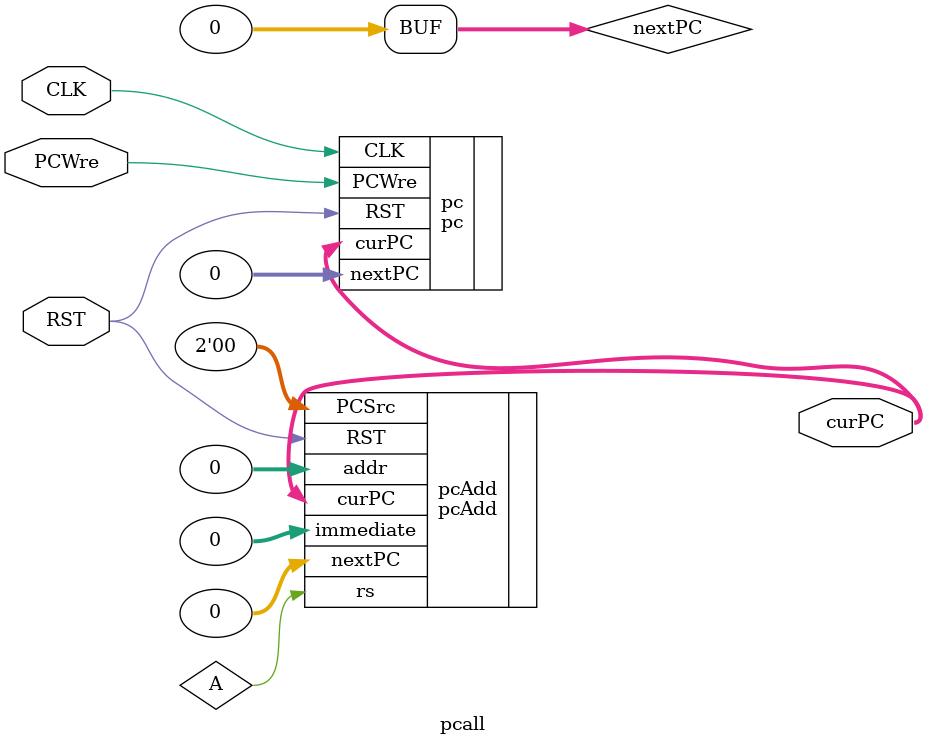
<source format=v>
`timescale 1ns / 1ps
module pcall(
    input RST,
    input CLK,
	 input PCWre,
    output [31:0] curPC
    );
	wire[31:0] nextPC = 0;
	pcAdd pcAdd(.RST(RST),
						 .PCSrc(2'b00),
						 .immediate(0),
						 .addr(0),
						 .curPC(curPC),
						 .rs(A),
						 .nextPC(nextPC));

		 pc pc(.CLK(CLK),
				 .RST(RST),
				 .PCWre(PCWre),
				 .nextPC(nextPC),
				 .curPC(curPC));

endmodule

</source>
